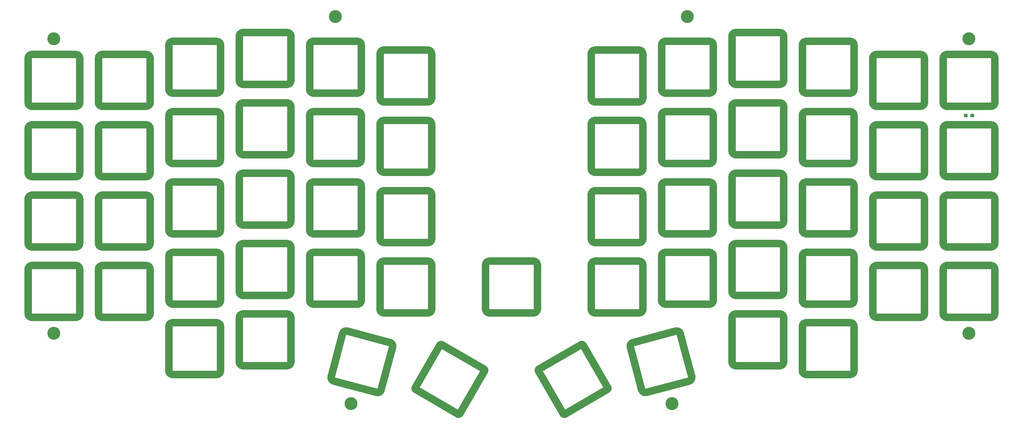
<source format=gbr>
G04 #@! TF.GenerationSoftware,KiCad,Pcbnew,(5.1.4-0)*
G04 #@! TF.CreationDate,2021-10-19T11:43:31-05:00*
G04 #@! TF.ProjectId,top_plate,746f705f-706c-4617-9465-2e6b69636164,rev?*
G04 #@! TF.SameCoordinates,Original*
G04 #@! TF.FileFunction,Soldermask,Bot*
G04 #@! TF.FilePolarity,Negative*
%FSLAX46Y46*%
G04 Gerber Fmt 4.6, Leading zero omitted, Abs format (unit mm)*
G04 Created by KiCad (PCBNEW (5.1.4-0)) date 2021-10-19 11:43:31*
%MOMM*%
%LPD*%
G04 APERTURE LIST*
%ADD10C,2.000000*%
%ADD11C,0.100000*%
%ADD12C,0.950000*%
%ADD13C,3.500000*%
G04 APERTURE END LIST*
D10*
X204901222Y-169148350D02*
G75*
G02X205011030Y-168738542I259808J150000D01*
G01*
X216615770Y-162038542D02*
X205011030Y-168738542D01*
X216615770Y-162038542D02*
G75*
G02X217025578Y-162148350I150000J-259808D01*
G01*
X217025578Y-162148350D02*
X223725578Y-173753090D01*
X223725578Y-173753090D02*
G75*
G02X223615770Y-174162898I-259808J-150000D01*
G01*
X204901222Y-169148350D02*
X211601222Y-180753090D01*
X212011030Y-180862898D02*
G75*
G02X211601222Y-180753090I-150000J259808D01*
G01*
X223615770Y-174162898D02*
X212011030Y-180862898D01*
X178263582Y-162148350D02*
G75*
G02X178673390Y-162038542I259808J-150000D01*
G01*
X190278130Y-168738542D02*
X178673390Y-162038542D01*
X190278130Y-168738542D02*
G75*
G02X190387938Y-169148350I-150000J-259808D01*
G01*
X190387938Y-169148350D02*
X183687938Y-180753090D01*
X183687938Y-180753090D02*
G75*
G02X183278130Y-180862898I-259808J150000D01*
G01*
X178263582Y-162148350D02*
X171563582Y-173753090D01*
X171673390Y-174162898D02*
G75*
G02X171563582Y-173753090I150000J259808D01*
G01*
X183278130Y-180862898D02*
X171673390Y-174162898D01*
X204644580Y-152447085D02*
G75*
G02X203644580Y-153447085I-1000000J0D01*
G01*
X191644580Y-153447085D02*
G75*
G02X190644580Y-152447085I0J1000000D01*
G01*
X190644580Y-140447085D02*
G75*
G02X191644580Y-139447085I1000000J0D01*
G01*
X203644580Y-139447085D02*
G75*
G02X204644580Y-140447085I0J-1000000D01*
G01*
X204644580Y-152447085D02*
X204644580Y-140447085D01*
X203644580Y-153447085D02*
X191644580Y-153447085D01*
X190644580Y-152447085D02*
X190644580Y-140447085D01*
X203644580Y-139447085D02*
X191644580Y-139447085D01*
X328470100Y-96487880D02*
G75*
G02X327470100Y-97487880I-1000000J0D01*
G01*
X315470100Y-97487880D02*
G75*
G02X314470100Y-96487880I0J1000000D01*
G01*
X314470100Y-84487880D02*
G75*
G02X315470100Y-83487880I1000000J0D01*
G01*
X327470100Y-83487880D02*
G75*
G02X328470100Y-84487880I0J-1000000D01*
G01*
X328470100Y-96487880D02*
X328470100Y-84487880D01*
X327470100Y-97487880D02*
X315470100Y-97487880D01*
X314470100Y-96487880D02*
X314470100Y-84487880D01*
X327470100Y-83487880D02*
X315470100Y-83487880D01*
X309420020Y-96487880D02*
G75*
G02X308420020Y-97487880I-1000000J0D01*
G01*
X296420020Y-97487880D02*
G75*
G02X295420020Y-96487880I0J1000000D01*
G01*
X295420020Y-84487880D02*
G75*
G02X296420020Y-83487880I1000000J0D01*
G01*
X308420020Y-83487880D02*
G75*
G02X309420020Y-84487880I0J-1000000D01*
G01*
X309420020Y-96487880D02*
X309420020Y-84487880D01*
X308420020Y-97487880D02*
X296420020Y-97487880D01*
X295420020Y-96487880D02*
X295420020Y-84487880D01*
X308420020Y-83487880D02*
X296420020Y-83487880D01*
X290369940Y-92915990D02*
G75*
G02X289369940Y-93915990I-1000000J0D01*
G01*
X277369940Y-93915990D02*
G75*
G02X276369940Y-92915990I0J1000000D01*
G01*
X276369940Y-80915990D02*
G75*
G02X277369940Y-79915990I1000000J0D01*
G01*
X289369940Y-79915990D02*
G75*
G02X290369940Y-80915990I0J-1000000D01*
G01*
X290369940Y-92915990D02*
X290369940Y-80915990D01*
X289369940Y-93915990D02*
X277369940Y-93915990D01*
X276369940Y-92915990D02*
X276369940Y-80915990D01*
X289369940Y-79915990D02*
X277369940Y-79915990D01*
X271319860Y-90534730D02*
G75*
G02X270319860Y-91534730I-1000000J0D01*
G01*
X258319860Y-91534730D02*
G75*
G02X257319860Y-90534730I0J1000000D01*
G01*
X257319860Y-78534730D02*
G75*
G02X258319860Y-77534730I1000000J0D01*
G01*
X270319860Y-77534730D02*
G75*
G02X271319860Y-78534730I0J-1000000D01*
G01*
X271319860Y-90534730D02*
X271319860Y-78534730D01*
X270319860Y-91534730D02*
X258319860Y-91534730D01*
X257319860Y-90534730D02*
X257319860Y-78534730D01*
X270319860Y-77534730D02*
X258319860Y-77534730D01*
X252269780Y-92915990D02*
G75*
G02X251269780Y-93915990I-1000000J0D01*
G01*
X239269780Y-93915990D02*
G75*
G02X238269780Y-92915990I0J1000000D01*
G01*
X238269780Y-80915990D02*
G75*
G02X239269780Y-79915990I1000000J0D01*
G01*
X251269780Y-79915990D02*
G75*
G02X252269780Y-80915990I0J-1000000D01*
G01*
X252269780Y-92915990D02*
X252269780Y-80915990D01*
X251269780Y-93915990D02*
X239269780Y-93915990D01*
X238269780Y-92915990D02*
X238269780Y-80915990D01*
X251269780Y-79915990D02*
X239269780Y-79915990D01*
X233219700Y-95297250D02*
G75*
G02X232219700Y-96297250I-1000000J0D01*
G01*
X220219700Y-96297250D02*
G75*
G02X219219700Y-95297250I0J1000000D01*
G01*
X219219700Y-83297250D02*
G75*
G02X220219700Y-82297250I1000000J0D01*
G01*
X232219700Y-82297250D02*
G75*
G02X233219700Y-83297250I0J-1000000D01*
G01*
X233219700Y-95297250D02*
X233219700Y-83297250D01*
X232219700Y-96297250D02*
X220219700Y-96297250D01*
X219219700Y-95297250D02*
X219219700Y-83297250D01*
X232219700Y-82297250D02*
X220219700Y-82297250D01*
X176069460Y-95297250D02*
G75*
G02X175069460Y-96297250I-1000000J0D01*
G01*
X163069460Y-96297250D02*
G75*
G02X162069460Y-95297250I0J1000000D01*
G01*
X162069460Y-83297250D02*
G75*
G02X163069460Y-82297250I1000000J0D01*
G01*
X175069460Y-82297250D02*
G75*
G02X176069460Y-83297250I0J-1000000D01*
G01*
X176069460Y-95297250D02*
X176069460Y-83297250D01*
X175069460Y-96297250D02*
X163069460Y-96297250D01*
X162069460Y-95297250D02*
X162069460Y-83297250D01*
X175069460Y-82297250D02*
X163069460Y-82297250D01*
X157019380Y-92915990D02*
G75*
G02X156019380Y-93915990I-1000000J0D01*
G01*
X144019380Y-93915990D02*
G75*
G02X143019380Y-92915990I0J1000000D01*
G01*
X143019380Y-80915990D02*
G75*
G02X144019380Y-79915990I1000000J0D01*
G01*
X156019380Y-79915990D02*
G75*
G02X157019380Y-80915990I0J-1000000D01*
G01*
X157019380Y-92915990D02*
X157019380Y-80915990D01*
X156019380Y-93915990D02*
X144019380Y-93915990D01*
X143019380Y-92915990D02*
X143019380Y-80915990D01*
X156019380Y-79915990D02*
X144019380Y-79915990D01*
X137969300Y-90534730D02*
G75*
G02X136969300Y-91534730I-1000000J0D01*
G01*
X124969300Y-91534730D02*
G75*
G02X123969300Y-90534730I0J1000000D01*
G01*
X123969300Y-78534730D02*
G75*
G02X124969300Y-77534730I1000000J0D01*
G01*
X136969300Y-77534730D02*
G75*
G02X137969300Y-78534730I0J-1000000D01*
G01*
X137969300Y-90534730D02*
X137969300Y-78534730D01*
X136969300Y-91534730D02*
X124969300Y-91534730D01*
X123969300Y-90534730D02*
X123969300Y-78534730D01*
X136969300Y-77534730D02*
X124969300Y-77534730D01*
X118919220Y-92915990D02*
G75*
G02X117919220Y-93915990I-1000000J0D01*
G01*
X105919220Y-93915990D02*
G75*
G02X104919220Y-92915990I0J1000000D01*
G01*
X104919220Y-80915990D02*
G75*
G02X105919220Y-79915990I1000000J0D01*
G01*
X117919220Y-79915990D02*
G75*
G02X118919220Y-80915990I0J-1000000D01*
G01*
X118919220Y-92915990D02*
X118919220Y-80915990D01*
X117919220Y-93915990D02*
X105919220Y-93915990D01*
X104919220Y-92915990D02*
X104919220Y-80915990D01*
X117919220Y-79915990D02*
X105919220Y-79915990D01*
X99869140Y-96487880D02*
G75*
G02X98869140Y-97487880I-1000000J0D01*
G01*
X86869140Y-97487880D02*
G75*
G02X85869140Y-96487880I0J1000000D01*
G01*
X85869140Y-84487880D02*
G75*
G02X86869140Y-83487880I1000000J0D01*
G01*
X98869140Y-83487880D02*
G75*
G02X99869140Y-84487880I0J-1000000D01*
G01*
X99869140Y-96487880D02*
X99869140Y-84487880D01*
X98869140Y-97487880D02*
X86869140Y-97487880D01*
X85869140Y-96487880D02*
X85869140Y-84487880D01*
X98869140Y-83487880D02*
X86869140Y-83487880D01*
X80819060Y-96487880D02*
G75*
G02X79819060Y-97487880I-1000000J0D01*
G01*
X67819060Y-97487880D02*
G75*
G02X66819060Y-96487880I0J1000000D01*
G01*
X66819060Y-84487880D02*
G75*
G02X67819060Y-83487880I1000000J0D01*
G01*
X79819060Y-83487880D02*
G75*
G02X80819060Y-84487880I0J-1000000D01*
G01*
X80819060Y-96487880D02*
X80819060Y-84487880D01*
X79819060Y-97487880D02*
X67819060Y-97487880D01*
X66819060Y-96487880D02*
X66819060Y-84487880D01*
X79819060Y-83487880D02*
X67819060Y-83487880D01*
X271319860Y-166735050D02*
X271319860Y-154735050D01*
X270319860Y-167735050D02*
X258319860Y-167735050D01*
X257319860Y-166735050D02*
X257319860Y-154735050D01*
X270319860Y-153735050D02*
X258319860Y-153735050D01*
X271319860Y-166735050D02*
G75*
G02X270319860Y-167735050I-1000000J0D01*
G01*
X258319860Y-167735050D02*
G75*
G02X257319860Y-166735050I0J1000000D01*
G01*
X257319860Y-154735050D02*
G75*
G02X258319860Y-153735050I1000000J0D01*
G01*
X270319860Y-153735050D02*
G75*
G02X271319860Y-154735050I0J-1000000D01*
G01*
X80819060Y-115537960D02*
X80819060Y-103537960D01*
X79819060Y-116537960D02*
X67819060Y-116537960D01*
X66819060Y-115537960D02*
X66819060Y-103537960D01*
X79819060Y-102537960D02*
X67819060Y-102537960D01*
X80819060Y-115537960D02*
G75*
G02X79819060Y-116537960I-1000000J0D01*
G01*
X67819060Y-116537960D02*
G75*
G02X66819060Y-115537960I0J1000000D01*
G01*
X66819060Y-103537960D02*
G75*
G02X67819060Y-102537960I1000000J0D01*
G01*
X79819060Y-102537960D02*
G75*
G02X80819060Y-103537960I0J-1000000D01*
G01*
X290369940Y-169116310D02*
X290369940Y-157116310D01*
X289369940Y-170116310D02*
X277369940Y-170116310D01*
X276369940Y-169116310D02*
X276369940Y-157116310D01*
X289369940Y-156116310D02*
X277369940Y-156116310D01*
X290369940Y-169116310D02*
G75*
G02X289369940Y-170116310I-1000000J0D01*
G01*
X277369940Y-170116310D02*
G75*
G02X276369940Y-169116310I0J1000000D01*
G01*
X276369940Y-157116310D02*
G75*
G02X277369940Y-156116310I1000000J0D01*
G01*
X289369940Y-156116310D02*
G75*
G02X290369940Y-157116310I0J-1000000D01*
G01*
X229811605Y-162704378D02*
X232917433Y-174295488D01*
X230518712Y-161479633D02*
X242109822Y-158373805D01*
X243334567Y-159080912D02*
X246440395Y-170672022D01*
X234142178Y-175002595D02*
X245733288Y-171896767D01*
X229811605Y-162704378D02*
G75*
G02X230518712Y-161479633I965926J258819D01*
G01*
X242109822Y-158373805D02*
G75*
G02X243334567Y-159080912I258819J-965926D01*
G01*
X246440395Y-170672022D02*
G75*
G02X245733288Y-171896767I-965926J-258819D01*
G01*
X234142178Y-175002595D02*
G75*
G02X232917433Y-174295488I-258819J965926D01*
G01*
X151954593Y-159080912D02*
X148848765Y-170672022D01*
X153179338Y-158373805D02*
X164770448Y-161479633D01*
X165477555Y-162704378D02*
X162371727Y-174295488D01*
X149555872Y-171896767D02*
X161146982Y-175002595D01*
X151954593Y-159080912D02*
G75*
G02X153179338Y-158373805I965926J-258819D01*
G01*
X164770448Y-161479633D02*
G75*
G02X165477555Y-162704378I-258819J-965926D01*
G01*
X162371727Y-174295488D02*
G75*
G02X161146982Y-175002595I-965926J258819D01*
G01*
X149555872Y-171896767D02*
G75*
G02X148848765Y-170672022I258819J965926D01*
G01*
X137969300Y-166735050D02*
X137969300Y-154735050D01*
X136969300Y-167735050D02*
X124969300Y-167735050D01*
X123969300Y-166735050D02*
X123969300Y-154735050D01*
X136969300Y-153735050D02*
X124969300Y-153735050D01*
X137969300Y-166735050D02*
G75*
G02X136969300Y-167735050I-1000000J0D01*
G01*
X124969300Y-167735050D02*
G75*
G02X123969300Y-166735050I0J1000000D01*
G01*
X123969300Y-154735050D02*
G75*
G02X124969300Y-153735050I1000000J0D01*
G01*
X136969300Y-153735050D02*
G75*
G02X137969300Y-154735050I0J-1000000D01*
G01*
X118919220Y-169116310D02*
X118919220Y-157116310D01*
X117919220Y-170116310D02*
X105919220Y-170116310D01*
X104919220Y-169116310D02*
X104919220Y-157116310D01*
X117919220Y-156116310D02*
X105919220Y-156116310D01*
X118919220Y-169116310D02*
G75*
G02X117919220Y-170116310I-1000000J0D01*
G01*
X105919220Y-170116310D02*
G75*
G02X104919220Y-169116310I0J1000000D01*
G01*
X104919220Y-157116310D02*
G75*
G02X105919220Y-156116310I1000000J0D01*
G01*
X117919220Y-156116310D02*
G75*
G02X118919220Y-157116310I0J-1000000D01*
G01*
X328470100Y-153638120D02*
X328470100Y-141638120D01*
X327470100Y-154638120D02*
X315470100Y-154638120D01*
X314470100Y-153638120D02*
X314470100Y-141638120D01*
X327470100Y-140638120D02*
X315470100Y-140638120D01*
X328470100Y-153638120D02*
G75*
G02X327470100Y-154638120I-1000000J0D01*
G01*
X315470100Y-154638120D02*
G75*
G02X314470100Y-153638120I0J1000000D01*
G01*
X314470100Y-141638120D02*
G75*
G02X315470100Y-140638120I1000000J0D01*
G01*
X327470100Y-140638120D02*
G75*
G02X328470100Y-141638120I0J-1000000D01*
G01*
X309420020Y-153638120D02*
X309420020Y-141638120D01*
X308420020Y-154638120D02*
X296420020Y-154638120D01*
X295420020Y-153638120D02*
X295420020Y-141638120D01*
X308420020Y-140638120D02*
X296420020Y-140638120D01*
X309420020Y-153638120D02*
G75*
G02X308420020Y-154638120I-1000000J0D01*
G01*
X296420020Y-154638120D02*
G75*
G02X295420020Y-153638120I0J1000000D01*
G01*
X295420020Y-141638120D02*
G75*
G02X296420020Y-140638120I1000000J0D01*
G01*
X308420020Y-140638120D02*
G75*
G02X309420020Y-141638120I0J-1000000D01*
G01*
X290369940Y-150066230D02*
X290369940Y-138066230D01*
X289369940Y-151066230D02*
X277369940Y-151066230D01*
X276369940Y-150066230D02*
X276369940Y-138066230D01*
X289369940Y-137066230D02*
X277369940Y-137066230D01*
X290369940Y-150066230D02*
G75*
G02X289369940Y-151066230I-1000000J0D01*
G01*
X277369940Y-151066230D02*
G75*
G02X276369940Y-150066230I0J1000000D01*
G01*
X276369940Y-138066230D02*
G75*
G02X277369940Y-137066230I1000000J0D01*
G01*
X289369940Y-137066230D02*
G75*
G02X290369940Y-138066230I0J-1000000D01*
G01*
X271319860Y-147684970D02*
X271319860Y-135684970D01*
X270319860Y-148684970D02*
X258319860Y-148684970D01*
X257319860Y-147684970D02*
X257319860Y-135684970D01*
X270319860Y-134684970D02*
X258319860Y-134684970D01*
X271319860Y-147684970D02*
G75*
G02X270319860Y-148684970I-1000000J0D01*
G01*
X258319860Y-148684970D02*
G75*
G02X257319860Y-147684970I0J1000000D01*
G01*
X257319860Y-135684970D02*
G75*
G02X258319860Y-134684970I1000000J0D01*
G01*
X270319860Y-134684970D02*
G75*
G02X271319860Y-135684970I0J-1000000D01*
G01*
X252269780Y-150066230D02*
X252269780Y-138066230D01*
X251269780Y-151066230D02*
X239269780Y-151066230D01*
X238269780Y-150066230D02*
X238269780Y-138066230D01*
X251269780Y-137066230D02*
X239269780Y-137066230D01*
X252269780Y-150066230D02*
G75*
G02X251269780Y-151066230I-1000000J0D01*
G01*
X239269780Y-151066230D02*
G75*
G02X238269780Y-150066230I0J1000000D01*
G01*
X238269780Y-138066230D02*
G75*
G02X239269780Y-137066230I1000000J0D01*
G01*
X251269780Y-137066230D02*
G75*
G02X252269780Y-138066230I0J-1000000D01*
G01*
X233219700Y-152447490D02*
X233219700Y-140447490D01*
X232219700Y-153447490D02*
X220219700Y-153447490D01*
X219219700Y-152447490D02*
X219219700Y-140447490D01*
X232219700Y-139447490D02*
X220219700Y-139447490D01*
X233219700Y-152447490D02*
G75*
G02X232219700Y-153447490I-1000000J0D01*
G01*
X220219700Y-153447490D02*
G75*
G02X219219700Y-152447490I0J1000000D01*
G01*
X219219700Y-140447490D02*
G75*
G02X220219700Y-139447490I1000000J0D01*
G01*
X232219700Y-139447490D02*
G75*
G02X233219700Y-140447490I0J-1000000D01*
G01*
X176069460Y-152447490D02*
X176069460Y-140447490D01*
X175069460Y-153447490D02*
X163069460Y-153447490D01*
X162069460Y-152447490D02*
X162069460Y-140447490D01*
X175069460Y-139447490D02*
X163069460Y-139447490D01*
X176069460Y-152447490D02*
G75*
G02X175069460Y-153447490I-1000000J0D01*
G01*
X163069460Y-153447490D02*
G75*
G02X162069460Y-152447490I0J1000000D01*
G01*
X162069460Y-140447490D02*
G75*
G02X163069460Y-139447490I1000000J0D01*
G01*
X175069460Y-139447490D02*
G75*
G02X176069460Y-140447490I0J-1000000D01*
G01*
X157019380Y-150066230D02*
X157019380Y-138066230D01*
X156019380Y-151066230D02*
X144019380Y-151066230D01*
X143019380Y-150066230D02*
X143019380Y-138066230D01*
X156019380Y-137066230D02*
X144019380Y-137066230D01*
X157019380Y-150066230D02*
G75*
G02X156019380Y-151066230I-1000000J0D01*
G01*
X144019380Y-151066230D02*
G75*
G02X143019380Y-150066230I0J1000000D01*
G01*
X143019380Y-138066230D02*
G75*
G02X144019380Y-137066230I1000000J0D01*
G01*
X156019380Y-137066230D02*
G75*
G02X157019380Y-138066230I0J-1000000D01*
G01*
X137969300Y-147684970D02*
X137969300Y-135684970D01*
X136969300Y-148684970D02*
X124969300Y-148684970D01*
X123969300Y-147684970D02*
X123969300Y-135684970D01*
X136969300Y-134684970D02*
X124969300Y-134684970D01*
X137969300Y-147684970D02*
G75*
G02X136969300Y-148684970I-1000000J0D01*
G01*
X124969300Y-148684970D02*
G75*
G02X123969300Y-147684970I0J1000000D01*
G01*
X123969300Y-135684970D02*
G75*
G02X124969300Y-134684970I1000000J0D01*
G01*
X136969300Y-134684970D02*
G75*
G02X137969300Y-135684970I0J-1000000D01*
G01*
X118919220Y-150066230D02*
X118919220Y-138066230D01*
X117919220Y-151066230D02*
X105919220Y-151066230D01*
X104919220Y-150066230D02*
X104919220Y-138066230D01*
X117919220Y-137066230D02*
X105919220Y-137066230D01*
X118919220Y-150066230D02*
G75*
G02X117919220Y-151066230I-1000000J0D01*
G01*
X105919220Y-151066230D02*
G75*
G02X104919220Y-150066230I0J1000000D01*
G01*
X104919220Y-138066230D02*
G75*
G02X105919220Y-137066230I1000000J0D01*
G01*
X117919220Y-137066230D02*
G75*
G02X118919220Y-138066230I0J-1000000D01*
G01*
X99869140Y-153638120D02*
X99869140Y-141638120D01*
X98869140Y-154638120D02*
X86869140Y-154638120D01*
X85869140Y-153638120D02*
X85869140Y-141638120D01*
X98869140Y-140638120D02*
X86869140Y-140638120D01*
X99869140Y-153638120D02*
G75*
G02X98869140Y-154638120I-1000000J0D01*
G01*
X86869140Y-154638120D02*
G75*
G02X85869140Y-153638120I0J1000000D01*
G01*
X85869140Y-141638120D02*
G75*
G02X86869140Y-140638120I1000000J0D01*
G01*
X98869140Y-140638120D02*
G75*
G02X99869140Y-141638120I0J-1000000D01*
G01*
X80819060Y-153638120D02*
X80819060Y-141638120D01*
X79819060Y-154638120D02*
X67819060Y-154638120D01*
X66819060Y-153638120D02*
X66819060Y-141638120D01*
X79819060Y-140638120D02*
X67819060Y-140638120D01*
X80819060Y-153638120D02*
G75*
G02X79819060Y-154638120I-1000000J0D01*
G01*
X67819060Y-154638120D02*
G75*
G02X66819060Y-153638120I0J1000000D01*
G01*
X66819060Y-141638120D02*
G75*
G02X67819060Y-140638120I1000000J0D01*
G01*
X79819060Y-140638120D02*
G75*
G02X80819060Y-141638120I0J-1000000D01*
G01*
X328470100Y-134588040D02*
X328470100Y-122588040D01*
X327470100Y-135588040D02*
X315470100Y-135588040D01*
X314470100Y-134588040D02*
X314470100Y-122588040D01*
X327470100Y-121588040D02*
X315470100Y-121588040D01*
X328470100Y-134588040D02*
G75*
G02X327470100Y-135588040I-1000000J0D01*
G01*
X315470100Y-135588040D02*
G75*
G02X314470100Y-134588040I0J1000000D01*
G01*
X314470100Y-122588040D02*
G75*
G02X315470100Y-121588040I1000000J0D01*
G01*
X327470100Y-121588040D02*
G75*
G02X328470100Y-122588040I0J-1000000D01*
G01*
X309420020Y-134588040D02*
X309420020Y-122588040D01*
X308420020Y-135588040D02*
X296420020Y-135588040D01*
X295420020Y-134588040D02*
X295420020Y-122588040D01*
X308420020Y-121588040D02*
X296420020Y-121588040D01*
X309420020Y-134588040D02*
G75*
G02X308420020Y-135588040I-1000000J0D01*
G01*
X296420020Y-135588040D02*
G75*
G02X295420020Y-134588040I0J1000000D01*
G01*
X295420020Y-122588040D02*
G75*
G02X296420020Y-121588040I1000000J0D01*
G01*
X308420020Y-121588040D02*
G75*
G02X309420020Y-122588040I0J-1000000D01*
G01*
X290369940Y-131016150D02*
X290369940Y-119016150D01*
X289369940Y-132016150D02*
X277369940Y-132016150D01*
X276369940Y-131016150D02*
X276369940Y-119016150D01*
X289369940Y-118016150D02*
X277369940Y-118016150D01*
X290369940Y-131016150D02*
G75*
G02X289369940Y-132016150I-1000000J0D01*
G01*
X277369940Y-132016150D02*
G75*
G02X276369940Y-131016150I0J1000000D01*
G01*
X276369940Y-119016150D02*
G75*
G02X277369940Y-118016150I1000000J0D01*
G01*
X289369940Y-118016150D02*
G75*
G02X290369940Y-119016150I0J-1000000D01*
G01*
X271319860Y-128634890D02*
X271319860Y-116634890D01*
X270319860Y-129634890D02*
X258319860Y-129634890D01*
X257319860Y-128634890D02*
X257319860Y-116634890D01*
X270319860Y-115634890D02*
X258319860Y-115634890D01*
X271319860Y-128634890D02*
G75*
G02X270319860Y-129634890I-1000000J0D01*
G01*
X258319860Y-129634890D02*
G75*
G02X257319860Y-128634890I0J1000000D01*
G01*
X257319860Y-116634890D02*
G75*
G02X258319860Y-115634890I1000000J0D01*
G01*
X270319860Y-115634890D02*
G75*
G02X271319860Y-116634890I0J-1000000D01*
G01*
X252269780Y-131016150D02*
X252269780Y-119016150D01*
X251269780Y-132016150D02*
X239269780Y-132016150D01*
X238269780Y-131016150D02*
X238269780Y-119016150D01*
X251269780Y-118016150D02*
X239269780Y-118016150D01*
X252269780Y-131016150D02*
G75*
G02X251269780Y-132016150I-1000000J0D01*
G01*
X239269780Y-132016150D02*
G75*
G02X238269780Y-131016150I0J1000000D01*
G01*
X238269780Y-119016150D02*
G75*
G02X239269780Y-118016150I1000000J0D01*
G01*
X251269780Y-118016150D02*
G75*
G02X252269780Y-119016150I0J-1000000D01*
G01*
X233219700Y-133397410D02*
X233219700Y-121397410D01*
X232219700Y-134397410D02*
X220219700Y-134397410D01*
X219219700Y-133397410D02*
X219219700Y-121397410D01*
X232219700Y-120397410D02*
X220219700Y-120397410D01*
X233219700Y-133397410D02*
G75*
G02X232219700Y-134397410I-1000000J0D01*
G01*
X220219700Y-134397410D02*
G75*
G02X219219700Y-133397410I0J1000000D01*
G01*
X219219700Y-121397410D02*
G75*
G02X220219700Y-120397410I1000000J0D01*
G01*
X232219700Y-120397410D02*
G75*
G02X233219700Y-121397410I0J-1000000D01*
G01*
X176069460Y-133397410D02*
X176069460Y-121397410D01*
X175069460Y-134397410D02*
X163069460Y-134397410D01*
X162069460Y-133397410D02*
X162069460Y-121397410D01*
X175069460Y-120397410D02*
X163069460Y-120397410D01*
X176069460Y-133397410D02*
G75*
G02X175069460Y-134397410I-1000000J0D01*
G01*
X163069460Y-134397410D02*
G75*
G02X162069460Y-133397410I0J1000000D01*
G01*
X162069460Y-121397410D02*
G75*
G02X163069460Y-120397410I1000000J0D01*
G01*
X175069460Y-120397410D02*
G75*
G02X176069460Y-121397410I0J-1000000D01*
G01*
X157019380Y-131016150D02*
X157019380Y-119016150D01*
X156019380Y-132016150D02*
X144019380Y-132016150D01*
X143019380Y-131016150D02*
X143019380Y-119016150D01*
X156019380Y-118016150D02*
X144019380Y-118016150D01*
X157019380Y-131016150D02*
G75*
G02X156019380Y-132016150I-1000000J0D01*
G01*
X144019380Y-132016150D02*
G75*
G02X143019380Y-131016150I0J1000000D01*
G01*
X143019380Y-119016150D02*
G75*
G02X144019380Y-118016150I1000000J0D01*
G01*
X156019380Y-118016150D02*
G75*
G02X157019380Y-119016150I0J-1000000D01*
G01*
X137969300Y-128634890D02*
X137969300Y-116634890D01*
X136969300Y-129634890D02*
X124969300Y-129634890D01*
X123969300Y-128634890D02*
X123969300Y-116634890D01*
X136969300Y-115634890D02*
X124969300Y-115634890D01*
X137969300Y-128634890D02*
G75*
G02X136969300Y-129634890I-1000000J0D01*
G01*
X124969300Y-129634890D02*
G75*
G02X123969300Y-128634890I0J1000000D01*
G01*
X123969300Y-116634890D02*
G75*
G02X124969300Y-115634890I1000000J0D01*
G01*
X136969300Y-115634890D02*
G75*
G02X137969300Y-116634890I0J-1000000D01*
G01*
X118919220Y-131016150D02*
X118919220Y-119016150D01*
X117919220Y-132016150D02*
X105919220Y-132016150D01*
X104919220Y-131016150D02*
X104919220Y-119016150D01*
X117919220Y-118016150D02*
X105919220Y-118016150D01*
X118919220Y-131016150D02*
G75*
G02X117919220Y-132016150I-1000000J0D01*
G01*
X105919220Y-132016150D02*
G75*
G02X104919220Y-131016150I0J1000000D01*
G01*
X104919220Y-119016150D02*
G75*
G02X105919220Y-118016150I1000000J0D01*
G01*
X117919220Y-118016150D02*
G75*
G02X118919220Y-119016150I0J-1000000D01*
G01*
X99869140Y-134588040D02*
X99869140Y-122588040D01*
X98869140Y-135588040D02*
X86869140Y-135588040D01*
X85869140Y-134588040D02*
X85869140Y-122588040D01*
X98869140Y-121588040D02*
X86869140Y-121588040D01*
X99869140Y-134588040D02*
G75*
G02X98869140Y-135588040I-1000000J0D01*
G01*
X86869140Y-135588040D02*
G75*
G02X85869140Y-134588040I0J1000000D01*
G01*
X85869140Y-122588040D02*
G75*
G02X86869140Y-121588040I1000000J0D01*
G01*
X98869140Y-121588040D02*
G75*
G02X99869140Y-122588040I0J-1000000D01*
G01*
X80819060Y-134588040D02*
X80819060Y-122588040D01*
X79819060Y-135588040D02*
X67819060Y-135588040D01*
X66819060Y-134588040D02*
X66819060Y-122588040D01*
X79819060Y-121588040D02*
X67819060Y-121588040D01*
X80819060Y-134588040D02*
G75*
G02X79819060Y-135588040I-1000000J0D01*
G01*
X67819060Y-135588040D02*
G75*
G02X66819060Y-134588040I0J1000000D01*
G01*
X66819060Y-122588040D02*
G75*
G02X67819060Y-121588040I1000000J0D01*
G01*
X79819060Y-121588040D02*
G75*
G02X80819060Y-122588040I0J-1000000D01*
G01*
X328470100Y-115537960D02*
X328470100Y-103537960D01*
X327470100Y-116537960D02*
X315470100Y-116537960D01*
X314470100Y-115537960D02*
X314470100Y-103537960D01*
X327470100Y-102537960D02*
X315470100Y-102537960D01*
X328470100Y-115537960D02*
G75*
G02X327470100Y-116537960I-1000000J0D01*
G01*
X315470100Y-116537960D02*
G75*
G02X314470100Y-115537960I0J1000000D01*
G01*
X314470100Y-103537960D02*
G75*
G02X315470100Y-102537960I1000000J0D01*
G01*
X327470100Y-102537960D02*
G75*
G02X328470100Y-103537960I0J-1000000D01*
G01*
X309420020Y-115537960D02*
X309420020Y-103537960D01*
X308420020Y-116537960D02*
X296420020Y-116537960D01*
X295420020Y-115537960D02*
X295420020Y-103537960D01*
X308420020Y-102537960D02*
X296420020Y-102537960D01*
X309420020Y-115537960D02*
G75*
G02X308420020Y-116537960I-1000000J0D01*
G01*
X296420020Y-116537960D02*
G75*
G02X295420020Y-115537960I0J1000000D01*
G01*
X295420020Y-103537960D02*
G75*
G02X296420020Y-102537960I1000000J0D01*
G01*
X308420020Y-102537960D02*
G75*
G02X309420020Y-103537960I0J-1000000D01*
G01*
X290369940Y-111966070D02*
X290369940Y-99966070D01*
X289369940Y-112966070D02*
X277369940Y-112966070D01*
X276369940Y-111966070D02*
X276369940Y-99966070D01*
X289369940Y-98966070D02*
X277369940Y-98966070D01*
X290369940Y-111966070D02*
G75*
G02X289369940Y-112966070I-1000000J0D01*
G01*
X277369940Y-112966070D02*
G75*
G02X276369940Y-111966070I0J1000000D01*
G01*
X276369940Y-99966070D02*
G75*
G02X277369940Y-98966070I1000000J0D01*
G01*
X289369940Y-98966070D02*
G75*
G02X290369940Y-99966070I0J-1000000D01*
G01*
X271319860Y-109584810D02*
X271319860Y-97584810D01*
X270319860Y-110584810D02*
X258319860Y-110584810D01*
X257319860Y-109584810D02*
X257319860Y-97584810D01*
X270319860Y-96584810D02*
X258319860Y-96584810D01*
X271319860Y-109584810D02*
G75*
G02X270319860Y-110584810I-1000000J0D01*
G01*
X258319860Y-110584810D02*
G75*
G02X257319860Y-109584810I0J1000000D01*
G01*
X257319860Y-97584810D02*
G75*
G02X258319860Y-96584810I1000000J0D01*
G01*
X270319860Y-96584810D02*
G75*
G02X271319860Y-97584810I0J-1000000D01*
G01*
X252269780Y-111966070D02*
X252269780Y-99966070D01*
X251269780Y-112966070D02*
X239269780Y-112966070D01*
X238269780Y-111966070D02*
X238269780Y-99966070D01*
X251269780Y-98966070D02*
X239269780Y-98966070D01*
X252269780Y-111966070D02*
G75*
G02X251269780Y-112966070I-1000000J0D01*
G01*
X239269780Y-112966070D02*
G75*
G02X238269780Y-111966070I0J1000000D01*
G01*
X238269780Y-99966070D02*
G75*
G02X239269780Y-98966070I1000000J0D01*
G01*
X251269780Y-98966070D02*
G75*
G02X252269780Y-99966070I0J-1000000D01*
G01*
X233219700Y-114347330D02*
X233219700Y-102347330D01*
X232219700Y-115347330D02*
X220219700Y-115347330D01*
X219219700Y-114347330D02*
X219219700Y-102347330D01*
X232219700Y-101347330D02*
X220219700Y-101347330D01*
X233219700Y-114347330D02*
G75*
G02X232219700Y-115347330I-1000000J0D01*
G01*
X220219700Y-115347330D02*
G75*
G02X219219700Y-114347330I0J1000000D01*
G01*
X219219700Y-102347330D02*
G75*
G02X220219700Y-101347330I1000000J0D01*
G01*
X232219700Y-101347330D02*
G75*
G02X233219700Y-102347330I0J-1000000D01*
G01*
X176069460Y-114347330D02*
X176069460Y-102347330D01*
X175069460Y-115347330D02*
X163069460Y-115347330D01*
X162069460Y-114347330D02*
X162069460Y-102347330D01*
X175069460Y-101347330D02*
X163069460Y-101347330D01*
X176069460Y-114347330D02*
G75*
G02X175069460Y-115347330I-1000000J0D01*
G01*
X163069460Y-115347330D02*
G75*
G02X162069460Y-114347330I0J1000000D01*
G01*
X162069460Y-102347330D02*
G75*
G02X163069460Y-101347330I1000000J0D01*
G01*
X175069460Y-101347330D02*
G75*
G02X176069460Y-102347330I0J-1000000D01*
G01*
X157019380Y-111966070D02*
X157019380Y-99966070D01*
X156019380Y-112966070D02*
X144019380Y-112966070D01*
X143019380Y-111966070D02*
X143019380Y-99966070D01*
X156019380Y-98966070D02*
X144019380Y-98966070D01*
X157019380Y-111966070D02*
G75*
G02X156019380Y-112966070I-1000000J0D01*
G01*
X144019380Y-112966070D02*
G75*
G02X143019380Y-111966070I0J1000000D01*
G01*
X143019380Y-99966070D02*
G75*
G02X144019380Y-98966070I1000000J0D01*
G01*
X156019380Y-98966070D02*
G75*
G02X157019380Y-99966070I0J-1000000D01*
G01*
X137969300Y-109584810D02*
X137969300Y-97584810D01*
X136969300Y-110584810D02*
X124969300Y-110584810D01*
X123969300Y-109584810D02*
X123969300Y-97584810D01*
X136969300Y-96584810D02*
X124969300Y-96584810D01*
X137969300Y-109584810D02*
G75*
G02X136969300Y-110584810I-1000000J0D01*
G01*
X124969300Y-110584810D02*
G75*
G02X123969300Y-109584810I0J1000000D01*
G01*
X123969300Y-97584810D02*
G75*
G02X124969300Y-96584810I1000000J0D01*
G01*
X136969300Y-96584810D02*
G75*
G02X137969300Y-97584810I0J-1000000D01*
G01*
X118919220Y-111966070D02*
X118919220Y-99966070D01*
X117919220Y-112966070D02*
X105919220Y-112966070D01*
X104919220Y-111966070D02*
X104919220Y-99966070D01*
X117919220Y-98966070D02*
X105919220Y-98966070D01*
X118919220Y-111966070D02*
G75*
G02X117919220Y-112966070I-1000000J0D01*
G01*
X105919220Y-112966070D02*
G75*
G02X104919220Y-111966070I0J1000000D01*
G01*
X104919220Y-99966070D02*
G75*
G02X105919220Y-98966070I1000000J0D01*
G01*
X117919220Y-98966070D02*
G75*
G02X118919220Y-99966070I0J-1000000D01*
G01*
X99869140Y-115537960D02*
X99869140Y-103537960D01*
X98869140Y-116537960D02*
X86869140Y-116537960D01*
X85869140Y-115537960D02*
X85869140Y-103537960D01*
X98869140Y-102537960D02*
X86869140Y-102537960D01*
X99869140Y-115537960D02*
G75*
G02X98869140Y-116537960I-1000000J0D01*
G01*
X86869140Y-116537960D02*
G75*
G02X85869140Y-115537960I0J1000000D01*
G01*
X85869140Y-103537960D02*
G75*
G02X86869140Y-102537960I1000000J0D01*
G01*
X98869140Y-102537960D02*
G75*
G02X99869140Y-103537960I0J-1000000D01*
G01*
D11*
G36*
X320906064Y-99538854D02*
G01*
X320929119Y-99542273D01*
X320951728Y-99547937D01*
X320973672Y-99555789D01*
X320994742Y-99565754D01*
X321014733Y-99577736D01*
X321033453Y-99591620D01*
X321050723Y-99607272D01*
X321066375Y-99624542D01*
X321080259Y-99643262D01*
X321092241Y-99663253D01*
X321102206Y-99684323D01*
X321110058Y-99706267D01*
X321115722Y-99728876D01*
X321119141Y-99751931D01*
X321120285Y-99775210D01*
X321120285Y-100250210D01*
X321119141Y-100273489D01*
X321115722Y-100296544D01*
X321110058Y-100319153D01*
X321102206Y-100341097D01*
X321092241Y-100362167D01*
X321080259Y-100382158D01*
X321066375Y-100400878D01*
X321050723Y-100418148D01*
X321033453Y-100433800D01*
X321014733Y-100447684D01*
X320994742Y-100459666D01*
X320973672Y-100469631D01*
X320951728Y-100477483D01*
X320929119Y-100483147D01*
X320906064Y-100486566D01*
X320882785Y-100487710D01*
X320307785Y-100487710D01*
X320284506Y-100486566D01*
X320261451Y-100483147D01*
X320238842Y-100477483D01*
X320216898Y-100469631D01*
X320195828Y-100459666D01*
X320175837Y-100447684D01*
X320157117Y-100433800D01*
X320139847Y-100418148D01*
X320124195Y-100400878D01*
X320110311Y-100382158D01*
X320098329Y-100362167D01*
X320088364Y-100341097D01*
X320080512Y-100319153D01*
X320074848Y-100296544D01*
X320071429Y-100273489D01*
X320070285Y-100250210D01*
X320070285Y-99775210D01*
X320071429Y-99751931D01*
X320074848Y-99728876D01*
X320080512Y-99706267D01*
X320088364Y-99684323D01*
X320098329Y-99663253D01*
X320110311Y-99643262D01*
X320124195Y-99624542D01*
X320139847Y-99607272D01*
X320157117Y-99591620D01*
X320175837Y-99577736D01*
X320195828Y-99565754D01*
X320216898Y-99555789D01*
X320238842Y-99547937D01*
X320261451Y-99542273D01*
X320284506Y-99538854D01*
X320307785Y-99537710D01*
X320882785Y-99537710D01*
X320906064Y-99538854D01*
X320906064Y-99538854D01*
G37*
D12*
X320595285Y-100012710D03*
D11*
G36*
X322656064Y-99538854D02*
G01*
X322679119Y-99542273D01*
X322701728Y-99547937D01*
X322723672Y-99555789D01*
X322744742Y-99565754D01*
X322764733Y-99577736D01*
X322783453Y-99591620D01*
X322800723Y-99607272D01*
X322816375Y-99624542D01*
X322830259Y-99643262D01*
X322842241Y-99663253D01*
X322852206Y-99684323D01*
X322860058Y-99706267D01*
X322865722Y-99728876D01*
X322869141Y-99751931D01*
X322870285Y-99775210D01*
X322870285Y-100250210D01*
X322869141Y-100273489D01*
X322865722Y-100296544D01*
X322860058Y-100319153D01*
X322852206Y-100341097D01*
X322842241Y-100362167D01*
X322830259Y-100382158D01*
X322816375Y-100400878D01*
X322800723Y-100418148D01*
X322783453Y-100433800D01*
X322764733Y-100447684D01*
X322744742Y-100459666D01*
X322723672Y-100469631D01*
X322701728Y-100477483D01*
X322679119Y-100483147D01*
X322656064Y-100486566D01*
X322632785Y-100487710D01*
X322057785Y-100487710D01*
X322034506Y-100486566D01*
X322011451Y-100483147D01*
X321988842Y-100477483D01*
X321966898Y-100469631D01*
X321945828Y-100459666D01*
X321925837Y-100447684D01*
X321907117Y-100433800D01*
X321889847Y-100418148D01*
X321874195Y-100400878D01*
X321860311Y-100382158D01*
X321848329Y-100362167D01*
X321838364Y-100341097D01*
X321830512Y-100319153D01*
X321824848Y-100296544D01*
X321821429Y-100273489D01*
X321820285Y-100250210D01*
X321820285Y-99775210D01*
X321821429Y-99751931D01*
X321824848Y-99728876D01*
X321830512Y-99706267D01*
X321838364Y-99684323D01*
X321848329Y-99663253D01*
X321860311Y-99643262D01*
X321874195Y-99624542D01*
X321889847Y-99607272D01*
X321907117Y-99591620D01*
X321925837Y-99577736D01*
X321945828Y-99565754D01*
X321966898Y-99555789D01*
X321988842Y-99547937D01*
X322011451Y-99542273D01*
X322034506Y-99538854D01*
X322057785Y-99537710D01*
X322632785Y-99537710D01*
X322656064Y-99538854D01*
X322656064Y-99538854D01*
G37*
D12*
X322345285Y-100012710D03*
D13*
X73819060Y-79176797D03*
X73820040Y-158948739D03*
X150019380Y-73223743D03*
X154187295Y-177998755D03*
X245269780Y-73223743D03*
X241102993Y-177998755D03*
X321470256Y-79176797D03*
X321470100Y-158948675D03*
M02*

</source>
